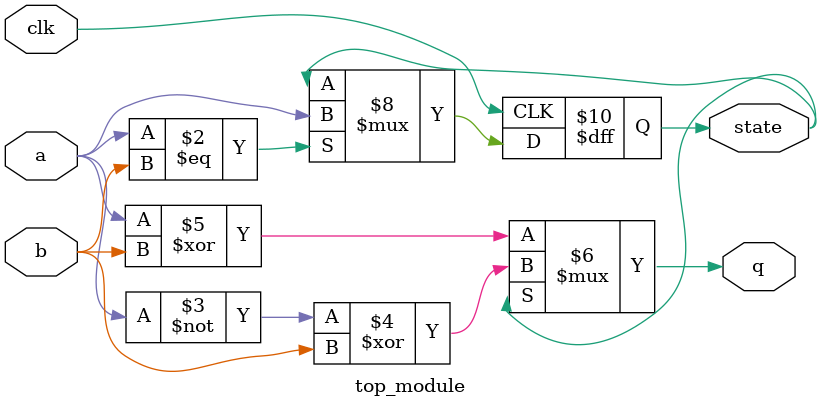
<source format=v>
module top_module (
    input clk,
    input a,
    input b,
    output q,
    output state  );

    always@(posedge clk)begin
        if(a==b)
            state = a;
        else
            state = state;
    end
    
    assign q = state? ~a^b:a^b;
endmodule
</source>
